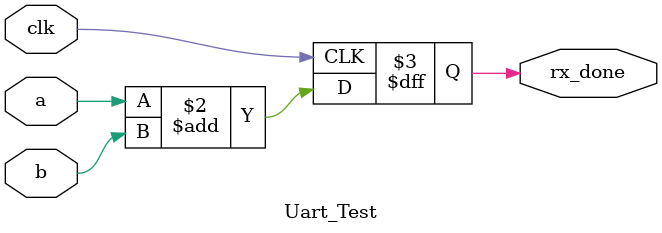
<source format=v>
`timescale 1ns / 1ps


module Uart_Test(
    input wire clk,
    input wire a,
    input wire b,
    output reg rx_done
    );
    
    always@(posedge clk)begin
        rx_done <= a + b;
    end 
          
endmodule

</source>
